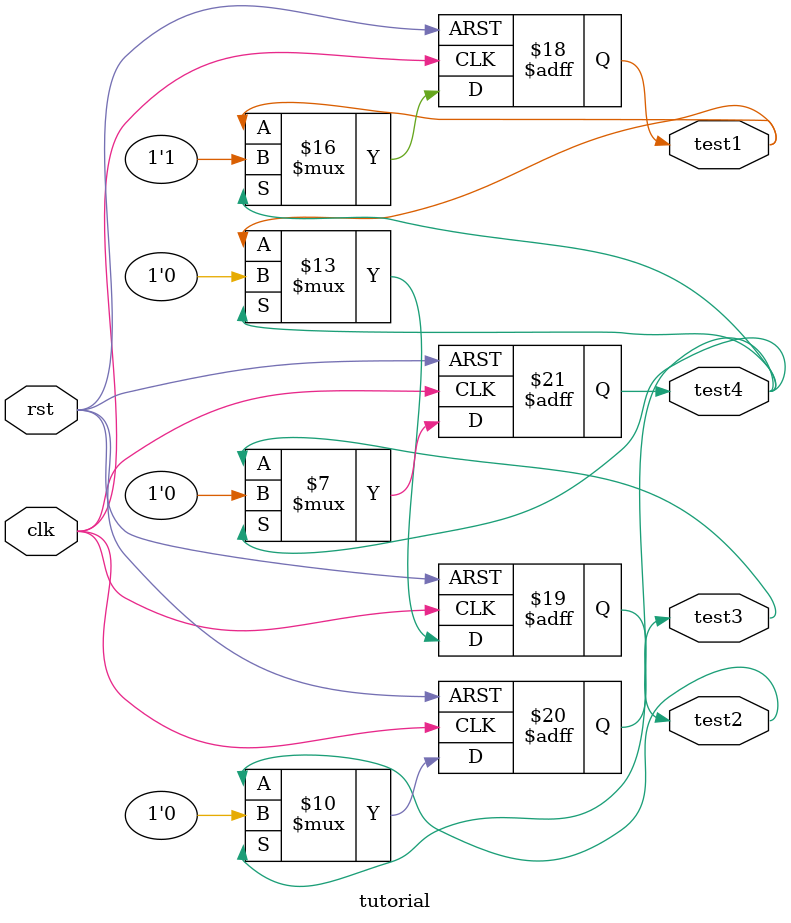
<source format=v>
module tutorial(
    input clk,
    input rst,
    output test1, test2, test3, test4
);

 // Verilog Example: 
reg test1 = 1'b1;
reg test2 = 1'b0;
reg test3 = 1'b0;
reg test4 = 1'b0;

always @ (posedge clk or posedge rst)
  if (rst) begin
    test1 <= 1'b1;
    test2 <= 1'b0;
    test3 <= 1'b0;
    test4 <= 1'b0;
  end else if (test4) begin
    test1 <= 1'b1;
    test2 <= 1'b0;
    test3 <= 1'b0;
    test4 <= 1'b0;
  end else
  begin
    test2 <= test1;
    test3 <= test2;
    test4 <= test3;
  end

endmodule 


</source>
